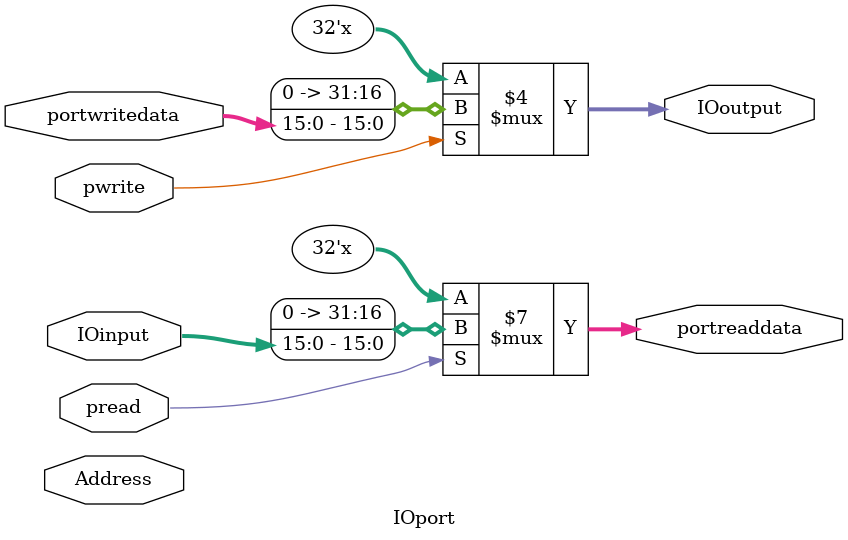
<source format=v>
`timescale 1ns / 1ps


module IOport(Address,pread,pwrite,IOinput,IOoutput,portreaddata,portwritedata);
    input [31:0]Address;
    input pread;
    //input clk;
   // input reset;
    input pwrite;
    input [15:0]IOinput;
    output reg [31:0]IOoutput;
    input [31:0]portwritedata;
    output reg [31:0]portreaddata;
  //  output wire [6:0]seg;
  //  output wire [7:0]an;
   // reg clk1;
  //  reg [3:0]tempresult;
   // wire [31:0]result;
   // assign result=IOoutput;
   // wire [5:0]addrs;
    //assign addrs=Address >> 5;
    
   // reg [31:0]IOdata[0:31];
    	 // read data
    always @(pread,pwrite,IOinput) begin
      if (pread) 
          portreaddata = {{16{1'b0}},IOinput};
    end
    
    always @(pread,pwrite,IOinput) begin
         if (pwrite) 
            IOoutput = portwritedata[15:0];
      //   else
           // IOoutput=0;
    end
    
    
     /*
    integer count=0;
    integer flag=0;
    always@(posedge clk or negedge clk)
        begin
            clk1=0;
            count=count+1;
            if(count==100000)
             begin
                clk1=~clk1;
                count=0;
             end
        end
        
        always@(posedge clk1)
         begin
               flag=flag+1;
               if(flag==1)
               begin
                   an=8'b11111110;
                   tempresult=result[3:0];
               end
               if(flag==2)
               begin  
                   an=8'b11111101;
                   tempresult=result[7:4];
               end
               if(flag==3)
               begin
                   an=8'b11111011;
                   tempresult=result[11:8];
               end
               if(flag==4)
               begin
                   an=8'b11110111;
                   tempresult=result[15:12];
               end
               if(flag==5)
               begin
                   an=8'b11101111;
                   tempresult=result[19:16];
               end
               if(flag==6)
               begin
                   an=8'b11011111;
                   tempresult=result[23:20];
               end
               if(flag==7)
               begin
                   an=8'b10111111;
                   tempresult=result[27:24];
               end
               if(flag==8)
               begin
                   an=8'b01111111;
                   tempresult=result[31:28];
                   flag=0;
               end    
         end
        always@(*)
            begin
                 case(tempresult)
                     4'h0:begin seg=7'b1000000;end
                     4'h1:begin seg=7'b1111001;end
                     4'h2:begin seg=7'b0100100;end
                     4'h3:begin seg=7'b0110000;end
                     4'h4:begin seg=7'b0011001;end
                     4'h5:begin seg=7'b0010010;end
                     4'h6:begin seg=7'b0000010;end
                     4'h7:begin seg=7'b1111000;end
                     4'h8:begin seg=7'b0000000;end
                     4'h9:begin seg=7'b0011000;end
                     4'ha:begin seg=7'b0001000;end
                     4'hb:begin seg=7'b0000011;end
                     4'hc:begin seg=7'b0100111;end
                     4'hd:begin seg=7'b0100001;end
                     4'he:begin seg=7'b0000100;end
                     4'hf:begin seg=7'b0001110;end
                     default: begin seg=7'b1111111;end
                 endcase
             end
    
    
    */
endmodule

</source>
